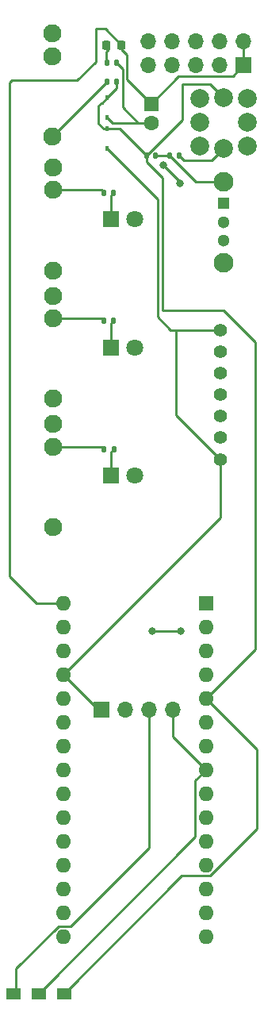
<source format=gbr>
%TF.GenerationSoftware,KiCad,Pcbnew,(6.0.1)*%
%TF.CreationDate,2023-06-13T10:27:40-07:00*%
%TF.ProjectId,16Bars,31364261-7273-42e6-9b69-6361645f7063,rev?*%
%TF.SameCoordinates,Original*%
%TF.FileFunction,Copper,L1,Top*%
%TF.FilePolarity,Positive*%
%FSLAX46Y46*%
G04 Gerber Fmt 4.6, Leading zero omitted, Abs format (unit mm)*
G04 Created by KiCad (PCBNEW (6.0.1)) date 2023-06-13 10:27:40*
%MOMM*%
%LPD*%
G01*
G04 APERTURE LIST*
G04 Aperture macros list*
%AMRoundRect*
0 Rectangle with rounded corners*
0 $1 Rounding radius*
0 $2 $3 $4 $5 $6 $7 $8 $9 X,Y pos of 4 corners*
0 Add a 4 corners polygon primitive as box body*
4,1,4,$2,$3,$4,$5,$6,$7,$8,$9,$2,$3,0*
0 Add four circle primitives for the rounded corners*
1,1,$1+$1,$2,$3*
1,1,$1+$1,$4,$5*
1,1,$1+$1,$6,$7*
1,1,$1+$1,$8,$9*
0 Add four rect primitives between the rounded corners*
20,1,$1+$1,$2,$3,$4,$5,0*
20,1,$1+$1,$4,$5,$6,$7,0*
20,1,$1+$1,$6,$7,$8,$9,0*
20,1,$1+$1,$8,$9,$2,$3,0*%
G04 Aperture macros list end*
%TA.AperFunction,SMDPad,CuDef*%
%ADD10R,1.524000X1.270000*%
%TD*%
%TA.AperFunction,ComponentPad*%
%ADD11R,1.600000X1.600000*%
%TD*%
%TA.AperFunction,ComponentPad*%
%ADD12O,1.600000X1.600000*%
%TD*%
%TA.AperFunction,ComponentPad*%
%ADD13R,1.800000X1.800000*%
%TD*%
%TA.AperFunction,ComponentPad*%
%ADD14C,1.800000*%
%TD*%
%TA.AperFunction,WasherPad*%
%ADD15C,2.000000*%
%TD*%
%TA.AperFunction,ComponentPad*%
%ADD16C,2.000000*%
%TD*%
%TA.AperFunction,ComponentPad*%
%ADD17C,1.930400*%
%TD*%
%TA.AperFunction,SMDPad,CuDef*%
%ADD18RoundRect,0.135000X0.135000X0.185000X-0.135000X0.185000X-0.135000X-0.185000X0.135000X-0.185000X0*%
%TD*%
%TA.AperFunction,SMDPad,CuDef*%
%ADD19R,0.450000X0.600000*%
%TD*%
%TA.AperFunction,SMDPad,CuDef*%
%ADD20RoundRect,0.135000X-0.135000X-0.185000X0.135000X-0.185000X0.135000X0.185000X-0.135000X0.185000X0*%
%TD*%
%TA.AperFunction,ComponentPad*%
%ADD21C,1.400000*%
%TD*%
%TA.AperFunction,SMDPad,CuDef*%
%ADD22RoundRect,0.140000X-0.140000X-0.170000X0.140000X-0.170000X0.140000X0.170000X-0.140000X0.170000X0*%
%TD*%
%TA.AperFunction,ComponentPad*%
%ADD23R,1.300000X1.300000*%
%TD*%
%TA.AperFunction,ComponentPad*%
%ADD24C,1.300000*%
%TD*%
%TA.AperFunction,ComponentPad*%
%ADD25C,2.100000*%
%TD*%
%TA.AperFunction,SMDPad,CuDef*%
%ADD26RoundRect,0.218750X-0.218750X-0.256250X0.218750X-0.256250X0.218750X0.256250X-0.218750X0.256250X0*%
%TD*%
%TA.AperFunction,ComponentPad*%
%ADD27O,1.700000X1.700000*%
%TD*%
%TA.AperFunction,ComponentPad*%
%ADD28R,1.700000X1.700000*%
%TD*%
%TA.AperFunction,ComponentPad*%
%ADD29C,1.600000*%
%TD*%
%TA.AperFunction,ViaPad*%
%ADD30C,0.800000*%
%TD*%
%TA.AperFunction,Conductor*%
%ADD31C,0.250000*%
%TD*%
G04 APERTURE END LIST*
D10*
%TO.P,REF\u002A\u002A,1*%
%TO.N,CLOCK_IN*%
X63200000Y-138900000D03*
%TD*%
%TO.P,REF\u002A\u002A,1*%
%TO.N,RESET*%
X60500000Y-138900000D03*
%TD*%
%TO.P,REF\u002A\u002A,1*%
%TO.N,CLOCK_BAR*%
X57800000Y-138900000D03*
%TD*%
D11*
%TO.P,A1,1,D1/TX*%
%TO.N,unconnected-(A1-Pad1)*%
X78360000Y-97250000D03*
D12*
%TO.P,A1,2,D0/RX*%
%TO.N,unconnected-(A1-Pad2)*%
X78360000Y-99790000D03*
%TO.P,A1,3,~{RESET}*%
%TO.N,unconnected-(A1-Pad3)*%
X78360000Y-102330000D03*
%TO.P,A1,4,GND*%
%TO.N,GND*%
X78360000Y-104870000D03*
%TO.P,A1,5,D2*%
%TO.N,CLOCK_IN*%
X78360000Y-107410000D03*
%TO.P,A1,6,D3*%
%TO.N,/ResetButton*%
X78360000Y-109950000D03*
%TO.P,A1,7,D4*%
%TO.N,CLOCK_BAR*%
X78360000Y-112490000D03*
%TO.P,A1,8,D5*%
%TO.N,RESET*%
X78360000Y-115030000D03*
%TO.P,A1,9,D6*%
%TO.N,/barsPerPhrase*%
X78360000Y-117570000D03*
%TO.P,A1,10,D7*%
%TO.N,/barsPerBar-4*%
X78360000Y-120110000D03*
%TO.P,A1,11,D8*%
%TO.N,/barsPerBar-7*%
X78360000Y-122650000D03*
%TO.P,A1,12,D9*%
%TO.N,/barsPerBar-8*%
X78360000Y-125190000D03*
%TO.P,A1,13,D10*%
%TO.N,/barsPerBar-12*%
X78360000Y-127730000D03*
%TO.P,A1,14,D11*%
%TO.N,/barsPerBar-16*%
X78360000Y-130270000D03*
%TO.P,A1,15,D12*%
%TO.N,/firstBar*%
X78360000Y-132810000D03*
%TO.P,A1,16,D13*%
%TO.N,/middleBar*%
X63120000Y-132810000D03*
%TO.P,A1,17,3V3*%
%TO.N,unconnected-(A1-Pad17)*%
X63120000Y-130270000D03*
%TO.P,A1,18,AREF*%
%TO.N,unconnected-(A1-Pad18)*%
X63120000Y-127730000D03*
%TO.P,A1,19,A0*%
%TO.N,/lastBar*%
X63120000Y-125190000D03*
%TO.P,A1,20,A1*%
%TO.N,/firstBarLED*%
X63120000Y-122650000D03*
%TO.P,A1,21,A2*%
%TO.N,/middleBarLED*%
X63120000Y-120110000D03*
%TO.P,A1,22,A3*%
%TO.N,/lastBarLED*%
X63120000Y-117570000D03*
%TO.P,A1,23,A4*%
%TO.N,unconnected-(A1-Pad23)*%
X63120000Y-115030000D03*
%TO.P,A1,24,A5*%
%TO.N,unconnected-(A1-Pad24)*%
X63120000Y-112490000D03*
%TO.P,A1,25,A6*%
%TO.N,unconnected-(A1-Pad25)*%
X63120000Y-109950000D03*
%TO.P,A1,26,A7*%
%TO.N,unconnected-(A1-Pad26)*%
X63120000Y-107410000D03*
%TO.P,A1,27,+5V*%
%TO.N,+5V*%
X63120000Y-104870000D03*
%TO.P,A1,28,~{RESET}*%
%TO.N,unconnected-(A1-Pad28)*%
X63120000Y-102330000D03*
%TO.P,A1,29,GND*%
%TO.N,GND*%
X63120000Y-99790000D03*
%TO.P,A1,30,VIN*%
%TO.N,+12V*%
X63120000Y-97250000D03*
%TD*%
D13*
%TO.P,D4,1,K*%
%TO.N,Net-(D4-Pad1)*%
X68225000Y-69977500D03*
D14*
%TO.P,D4,2,A*%
%TO.N,/lastBarLED*%
X70765000Y-69977500D03*
%TD*%
D13*
%TO.P,D3,1,K*%
%TO.N,Net-(D3-Pad1)*%
X68225000Y-83655000D03*
D14*
%TO.P,D3,2,A*%
%TO.N,/middleBarLED*%
X70765000Y-83655000D03*
%TD*%
D15*
%TO.P,SW1,*%
%TO.N,*%
X82777600Y-45980300D03*
X77697600Y-45980300D03*
D16*
%TO.P,SW1,1,1*%
%TO.N,GND*%
X77697600Y-43440300D03*
%TO.P,SW1,2,2*%
%TO.N,unconnected-(SW1-Pad2)*%
X77697600Y-48520300D03*
%TO.P,SW1,3,3*%
%TO.N,unconnected-(SW1-Pad3)*%
X82777600Y-43440300D03*
%TO.P,SW1,4,4*%
%TO.N,/ResetButton*%
X82777600Y-48520300D03*
%TO.P,SW1,L1,L1*%
%TO.N,CLOCK_IN*%
X80237600Y-43320300D03*
%TO.P,SW1,L2,L2*%
%TO.N,Net-(R15-Pad2)*%
X80237600Y-48720300D03*
%TD*%
D17*
%TO.P,J1,1,SIG*%
%TO.N,Net-(J1-Pad1)*%
X61970000Y-47452000D03*
%TO.P,J1,2,SHEILD*%
%TO.N,GND*%
X61970000Y-36479200D03*
%TO.P,J1,3,SW*%
X61970000Y-38892200D03*
%TD*%
D18*
%TO.P,R5,1*%
%TO.N,CLOCK_IN*%
X68810000Y-41600000D03*
%TO.P,R5,2*%
%TO.N,Net-(J1-Pad1)*%
X67790000Y-41600000D03*
%TD*%
D13*
%TO.P,D1,1,K*%
%TO.N,Net-(D1-Pad1)*%
X68225000Y-56300000D03*
D14*
%TO.P,D1,2,A*%
%TO.N,/firstBarLED*%
X70765000Y-56300000D03*
%TD*%
D19*
%TO.P,D6,1,K*%
%TO.N,CLOCK_IN*%
X67800000Y-43350000D03*
%TO.P,D6,2,A*%
%TO.N,GND*%
X67800000Y-45450000D03*
%TD*%
D17*
%TO.P,J5,3,SW*%
%TO.N,GND*%
X62000000Y-66869700D03*
%TO.P,J5,2,SHEILD*%
X62000000Y-64456700D03*
%TO.P,J5,1,SIG*%
%TO.N,/middleBar*%
X62000000Y-75429500D03*
%TD*%
D20*
%TO.P,R3,2*%
%TO.N,Net-(D4-Pad1)*%
X68510000Y-67100000D03*
%TO.P,R3,1*%
%TO.N,GND*%
X67490000Y-67100000D03*
%TD*%
D21*
%TO.P,S1,1,1*%
%TO.N,/barsPerBar-4*%
X79912600Y-70400000D03*
%TO.P,S1,2,2*%
%TO.N,/barsPerBar-7*%
X79912600Y-72700000D03*
%TO.P,S1,3,3*%
%TO.N,/barsPerBar-8*%
X79912600Y-75000000D03*
%TO.P,S1,4,4*%
%TO.N,/barsPerBar-12*%
X79912600Y-77300000D03*
%TO.P,S1,5,5*%
%TO.N,/barsPerBar-16*%
X79912600Y-79600000D03*
%TO.P,S1,C1,COM_1*%
%TO.N,+5V*%
X79912600Y-68100000D03*
%TO.P,S1,C2,COM_2*%
X79912600Y-81900000D03*
%TD*%
D20*
%TO.P,R2,2*%
%TO.N,Net-(D3-Pad1)*%
X68515000Y-80800000D03*
%TO.P,R2,1*%
%TO.N,GND*%
X67495000Y-80800000D03*
%TD*%
%TO.P,R15,1*%
%TO.N,GND*%
X74490000Y-49500000D03*
%TO.P,R15,2*%
%TO.N,Net-(R15-Pad2)*%
X75510000Y-49500000D03*
%TD*%
D22*
%TO.P,C11,1*%
%TO.N,CLOCK_IN*%
X72020000Y-49500000D03*
%TO.P,C11,2*%
%TO.N,GND*%
X72980000Y-49500000D03*
%TD*%
D23*
%TO.P,SW3,1,N.C.*%
%TO.N,+5V*%
X80237600Y-54600000D03*
D24*
%TO.P,SW3,2,COM*%
%TO.N,/barsPerPhrase*%
X80237600Y-56600000D03*
%TO.P,SW3,3,N.O.*%
%TO.N,GND*%
X80237600Y-58600000D03*
D25*
%TO.P,SW3,4,4*%
X80237600Y-52300000D03*
%TO.P,SW3,5,5*%
X80237600Y-60900000D03*
%TD*%
D17*
%TO.P,J6,1,SIG*%
%TO.N,/lastBar*%
X62000000Y-89107000D03*
%TO.P,J6,2,SHEILD*%
%TO.N,GND*%
X62000000Y-78134200D03*
%TO.P,J6,3,SW*%
X62000000Y-80547200D03*
%TD*%
D26*
%TO.P,D2,1,K*%
%TO.N,Net-(D2-Pad1)*%
X67712500Y-37700000D03*
%TO.P,D2,2,A*%
%TO.N,+12V*%
X69287500Y-37700000D03*
%TD*%
D20*
%TO.P,R1,1*%
%TO.N,GND*%
X67490000Y-53500000D03*
%TO.P,R1,2*%
%TO.N,Net-(D1-Pad1)*%
X68510000Y-53500000D03*
%TD*%
D17*
%TO.P,J4,1,SIG*%
%TO.N,/firstBar*%
X62000000Y-61752000D03*
%TO.P,J4,2,SHEILD*%
%TO.N,GND*%
X62000000Y-50779200D03*
%TO.P,J4,3,SW*%
X62000000Y-53192200D03*
%TD*%
D27*
%TO.P,J3,4,Pin_4*%
%TO.N,RESET*%
X74810000Y-108600000D03*
%TO.P,J3,3,Pin_3*%
%TO.N,CLOCK_BAR*%
X72270000Y-108600000D03*
%TO.P,J3,2,Pin_2*%
%TO.N,GND*%
X69730000Y-108600000D03*
D28*
%TO.P,J3,1,Pin_1*%
%TO.N,+5V*%
X67190000Y-108600000D03*
%TD*%
D18*
%TO.P,R12,1*%
%TO.N,GND*%
X68810000Y-39600000D03*
%TO.P,R12,2*%
%TO.N,Net-(D2-Pad1)*%
X67790000Y-39600000D03*
%TD*%
D19*
%TO.P,D5,1,K*%
%TO.N,+5V*%
X67800000Y-48750000D03*
%TO.P,D5,2,A*%
%TO.N,CLOCK_IN*%
X67800000Y-46650000D03*
%TD*%
D28*
%TO.P,J2,1,Pin_1*%
%TO.N,+12V*%
X82400000Y-39900000D03*
D27*
%TO.P,J2,2,Pin_2*%
X82400000Y-37360000D03*
%TO.P,J2,3,Pin_3*%
%TO.N,GND*%
X79860000Y-39900000D03*
%TO.P,J2,4,Pin_4*%
X79860000Y-37360000D03*
%TO.P,J2,5,Pin_5*%
X77320000Y-39900000D03*
%TO.P,J2,6,Pin_6*%
X77320000Y-37360000D03*
%TO.P,J2,7,Pin_7*%
X74780000Y-39900000D03*
%TO.P,J2,8,Pin_8*%
X74780000Y-37360000D03*
%TO.P,J2,9,Pin_9*%
%TO.N,unconnected-(J2-Pad9)*%
X72240000Y-39900000D03*
%TO.P,J2,10,Pin_10*%
%TO.N,unconnected-(J2-Pad10)*%
X72240000Y-37360000D03*
%TD*%
D11*
%TO.P,C1,1*%
%TO.N,+12V*%
X72500000Y-44000000D03*
D29*
%TO.P,C1,2*%
%TO.N,GND*%
X72500000Y-46000000D03*
%TD*%
D30*
%TO.N,GND*%
X72600000Y-100200000D03*
X75700000Y-100200000D03*
X73800000Y-50500000D03*
X75600000Y-52500000D03*
%TD*%
D31*
%TO.N,GND*%
X72600000Y-100200000D02*
X75700000Y-100200000D01*
X67490000Y-67100000D02*
X67259700Y-66869700D01*
X67259700Y-66869700D02*
X62000000Y-66869700D01*
X75600000Y-52300000D02*
X75600000Y-52500000D01*
X73800000Y-50500000D02*
X75600000Y-52300000D01*
%TO.N,CLOCK_IN*%
X83800000Y-121340300D02*
X83800000Y-112850000D01*
X78825789Y-126314511D02*
X83800000Y-121340300D01*
X75785489Y-126314511D02*
X78825789Y-126314511D01*
X83800000Y-112850000D02*
X78360000Y-107410000D01*
X63200000Y-138900000D02*
X75785489Y-126314511D01*
%TO.N,RESET*%
X77235489Y-116154511D02*
X78360000Y-115030000D01*
X77235489Y-122164511D02*
X77235489Y-116154511D01*
X60600000Y-138800000D02*
X77235489Y-122164511D01*
%TO.N,CLOCK_BAR*%
X58100000Y-138600000D02*
X57900000Y-138800000D01*
X72270000Y-123330000D02*
X63914511Y-131685489D01*
X62654211Y-131685489D02*
X58100000Y-136239700D01*
X58100000Y-136239700D02*
X58100000Y-138600000D01*
X72270000Y-108600000D02*
X72270000Y-123330000D01*
X63914511Y-131685489D02*
X62654211Y-131685489D01*
%TO.N,+5V*%
X73200000Y-66700000D02*
X74600000Y-68100000D01*
X74600000Y-68100000D02*
X75200000Y-68100000D01*
X73200000Y-54150000D02*
X73200000Y-66700000D01*
X67800000Y-48750000D02*
X73200000Y-54150000D01*
%TO.N,CLOCK_IN*%
X73710000Y-51910000D02*
X73710000Y-66010000D01*
X72020000Y-50220000D02*
X73710000Y-51910000D01*
X72020000Y-49500000D02*
X72020000Y-50220000D01*
%TO.N,+5V*%
X79912600Y-88077400D02*
X63120000Y-104870000D01*
X79912600Y-81900000D02*
X79912600Y-88077400D01*
X75200000Y-77187400D02*
X75200000Y-68100000D01*
X75200000Y-68100000D02*
X79912600Y-68100000D01*
X79912600Y-81900000D02*
X75200000Y-77187400D01*
%TO.N,CLOCK_IN*%
X83600000Y-102170000D02*
X78360000Y-107410000D01*
X83600000Y-87300000D02*
X83600000Y-102170000D01*
%TO.N,RESET*%
X74810000Y-111480000D02*
X78360000Y-115030000D01*
X74810000Y-108600000D02*
X74810000Y-111480000D01*
%TO.N,Net-(D1-Pad1)*%
X68225000Y-53785000D02*
X68225000Y-56300000D01*
X68510000Y-53500000D02*
X68225000Y-53785000D01*
%TO.N,GND*%
X67182200Y-53192200D02*
X62000000Y-53192200D01*
X67490000Y-53500000D02*
X67182200Y-53192200D01*
%TO.N,Net-(D4-Pad1)*%
X68225000Y-67385000D02*
X68225000Y-69977500D01*
X68510000Y-67100000D02*
X68225000Y-67385000D01*
%TO.N,GND*%
X67242200Y-80547200D02*
X62000000Y-80547200D01*
X67495000Y-80800000D02*
X67242200Y-80547200D01*
%TO.N,Net-(D3-Pad1)*%
X68225000Y-81090000D02*
X68515000Y-80800000D01*
X68225000Y-83655000D02*
X68225000Y-81090000D01*
%TO.N,CLOCK_IN*%
X83600000Y-87300000D02*
X83600000Y-69400000D01*
X83600000Y-69400000D02*
X80200000Y-66000000D01*
X80200000Y-66000000D02*
X73700000Y-66000000D01*
%TO.N,+5V*%
X66850000Y-108600000D02*
X63120000Y-104870000D01*
X67190000Y-108600000D02*
X66850000Y-108600000D01*
%TO.N,+12V*%
X67587500Y-36000000D02*
X69287500Y-37700000D01*
X66600000Y-36000000D02*
X67587500Y-36000000D01*
X66600000Y-39500000D02*
X66600000Y-36000000D01*
X64600000Y-41500000D02*
X66600000Y-39500000D01*
X57400000Y-41700000D02*
X57600000Y-41500000D01*
X57400000Y-94400000D02*
X57400000Y-41700000D01*
X60250000Y-97250000D02*
X57400000Y-94400000D01*
X57600000Y-41500000D02*
X64600000Y-41500000D01*
X63120000Y-97250000D02*
X60250000Y-97250000D01*
%TO.N,GND*%
X74490000Y-49500000D02*
X77290000Y-52300000D01*
X67800000Y-45450000D02*
X68350000Y-46000000D01*
X68350000Y-46000000D02*
X71100000Y-46000000D01*
X77290000Y-52300000D02*
X80237600Y-52300000D01*
X69450000Y-40240000D02*
X69450000Y-44350000D01*
X72980000Y-49500000D02*
X74490000Y-49500000D01*
X69450000Y-44350000D02*
X71100000Y-46000000D01*
X71100000Y-46000000D02*
X72500000Y-46000000D01*
X68810000Y-39600000D02*
X69450000Y-40240000D01*
%TO.N,+12V*%
X69287500Y-38187500D02*
X69900000Y-38800000D01*
X81225000Y-41075000D02*
X75425000Y-41075000D01*
X82400000Y-39900000D02*
X81225000Y-41075000D01*
X69900000Y-41400000D02*
X72500000Y-44000000D01*
X75425000Y-41075000D02*
X72500000Y-44000000D01*
X69287500Y-37700000D02*
X69287500Y-38187500D01*
X82400000Y-37360000D02*
X82400000Y-39900000D01*
X69900000Y-38800000D02*
X69900000Y-41400000D01*
%TO.N,CLOCK_IN*%
X67800000Y-43350000D02*
X67250000Y-43900000D01*
X72020000Y-49500000D02*
X69170000Y-46650000D01*
X67200000Y-43900000D02*
X66900000Y-44200000D01*
X66900000Y-46100000D02*
X67450000Y-46650000D01*
X78817300Y-41900000D02*
X80237600Y-43320300D01*
X67450000Y-46650000D02*
X67800000Y-46650000D01*
X68810000Y-42340000D02*
X67800000Y-43350000D01*
X72020000Y-49500000D02*
X72020000Y-49492391D01*
X68810000Y-41600000D02*
X68810000Y-42340000D01*
X67250000Y-43900000D02*
X67200000Y-43900000D01*
X72020000Y-49492391D02*
X75800000Y-45712391D01*
X69170000Y-46650000D02*
X67800000Y-46650000D01*
X75800000Y-41900000D02*
X78817300Y-41900000D01*
X66900000Y-44200000D02*
X66900000Y-46100000D01*
X75800000Y-45712391D02*
X75800000Y-41900000D01*
%TO.N,Net-(D2-Pad1)*%
X67700000Y-39538750D02*
X67700000Y-38400000D01*
X67922500Y-38177500D02*
X67922500Y-38038750D01*
X67700000Y-38400000D02*
X67922500Y-38177500D01*
%TO.N,Net-(R15-Pad2)*%
X78957900Y-50000000D02*
X80237600Y-48720300D01*
X75510000Y-49500000D02*
X76010000Y-50000000D01*
X76010000Y-50000000D02*
X78957900Y-50000000D01*
%TO.N,Net-(J1-Pad1)*%
X61970000Y-47452000D02*
X67790000Y-41632000D01*
X67790000Y-41632000D02*
X67790000Y-41600000D01*
%TD*%
M02*

</source>
